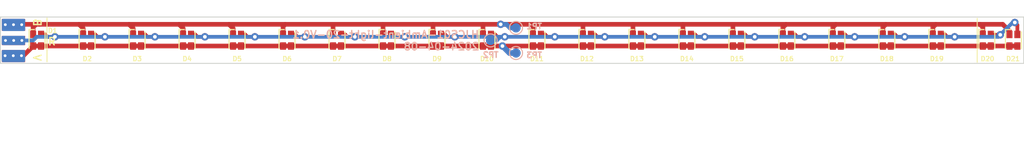
<source format=kicad_pcb>
(kicad_pcb (version 20240108) (generator "pcbnew") (generator_version "8.0")
  (title_block (title "HJCS01_Ambient light-20") (date "2024-04-08") (rev "V0.1") (company "Ovobot") (comment 1 "110x5x0.8mm 绿油白字，无铅喷锡"))
  (layers (0 "F.Cu" signal) (31 "B.Cu" signal) (34 "B.Paste" user) (35 "F.Paste" user) (36 "B.SilkS" user "B.Silkscreen") (37 "F.SilkS" user "F.Silkscreen") (38 "B.Mask" user) (39 "F.Mask" user) (44 "Edge.Cuts" user))
  (net 0 "")
  (net 1 "+3V3")
  (net 2 "/RED")
  (net 3 "/BLUE")
  (footprint "Ovo_LED_SMD:LED_Dual_1.6x1.5mm" (layer "F.Cu") (at 185.017514 99.155 90)
    (property "Reference" "D14" (at -2.005 -0.003585 0) (layer "F.SilkS") (effects (font (size 0.5 0.5) (thickness 0.1))))
    (property "Value" "LED_Dual_Red_Blue_AKAK")
    (fp_line (start 1.15 -0.86) (end 1.15 -0.3) (stroke (width 0.12)) (layer "F.SilkS"))
    (fp_line (start -0.91 -0.86) (end 1.15 -0.86) (stroke (width 0.12)) (layer "F.SilkS"))
    (fp_line (start -0.91 0.86) (end 0.91 0.86) (stroke (width 0.12)) (layer "F.SilkS"))
    (pad "1" smd rect (at -0.625 0.425 90) (size 0.8 0.65) (layers "F.Cu" "F.Paste" "F.Mask") (net 1 "+3V3"))
    (pad "2" smd rect (at 0.625 0.425 90) (size 0.8 0.65) (layers "F.Cu" "F.Paste" "F.Mask") (net 2 "/RED"))
    (pad "3" smd rect (at -0.625 -0.425 90) (size 0.8 0.65) (layers "F.Cu" "F.Paste" "F.Mask") (net 1 "+3V3"))
    (pad "4" smd rect (at 0.625 -0.425 90) (size 0.8 0.65) (layers "F.Cu" "F.Paste" "F.Mask") (net 3 "/BLUE"))
  )
  (footprint "Ovo_LED_SMD:LED_Dual_1.6x1.5mm" (layer "F.Cu") (at 195.76467 99.155 90)
    (property "Reference" "D16" (at -2.005 -0.003799 0) (layer "F.SilkS") (effects (font (size 0.5 0.5) (thickness 0.1))))
    (property "Value" "LED_Dual_Red_Blue_AKAK")
    (fp_line (start 1.15 -0.86) (end 1.15 -0.3) (stroke (width 0.12)) (layer "F.SilkS"))
    (fp_line (start -0.91 -0.86) (end 1.15 -0.86) (stroke (width 0.12)) (layer "F.SilkS"))
    (fp_line (start -0.91 0.86) (end 0.91 0.86) (stroke (width 0.12)) (layer "F.SilkS"))
    (pad "1" smd rect (at -0.625 0.425 90) (size 0.8 0.65) (layers "F.Cu" "F.Paste" "F.Mask") (net 1 "+3V3"))
    (pad "2" smd rect (at 0.625 0.425 90) (size 0.8 0.65) (layers "F.Cu" "F.Paste" "F.Mask") (net 2 "/RED"))
    (pad "3" smd rect (at -0.625 -0.425 90) (size 0.8 0.65) (layers "F.Cu" "F.Paste" "F.Mask") (net 1 "+3V3"))
    (pad "4" smd rect (at 0.625 -0.425 90) (size 0.8 0.65) (layers "F.Cu" "F.Paste" "F.Mask") (net 3 "/BLUE"))
  )
  (footprint "Ovo_LED_SMD:LED_Dual_1.6x1.5mm" (layer "F.Cu") (at 174.270358 99.155 90)
    (property "Reference" "D12" (at -2.005 -0.003371 0) (layer "F.SilkS") (effects (font (size 0.5 0.5) (thickness 0.1))))
    (property "Value" "LED_Dual_Red_Blue_AKAK")
    (fp_line (start 1.15 -0.86) (end 1.15 -0.3) (stroke (width 0.12)) (layer "F.SilkS"))
    (fp_line (start -0.91 -0.86) (end 1.15 -0.86) (stroke (width 0.12)) (layer "F.SilkS"))
    (fp_line (start -0.91 0.86) (end 0.91 0.86) (stroke (width 0.12)) (layer "F.SilkS"))
    (pad "1" smd rect (at -0.625 0.425 90) (size 0.8 0.65) (layers "F.Cu" "F.Paste" "F.Mask") (net 1 "+3V3"))
    (pad "2" smd rect (at 0.625 0.425 90) (size 0.8 0.65) (layers "F.Cu" "F.Paste" "F.Mask") (net 2 "/RED"))
    (pad "3" smd rect (at -0.625 -0.425 90) (size 0.8 0.65) (layers "F.Cu" "F.Paste" "F.Mask") (net 1 "+3V3"))
    (pad "4" smd rect (at 0.625 -0.425 90) (size 0.8 0.65) (layers "F.Cu" "F.Paste" "F.Mask") (net 3 "/BLUE"))
  )
  (footprint "Ovo_LED_SMD:LED_Dual_1.6x1.5mm" (layer "F.Cu") (at 217.259 99.155 90)
    (property "Reference" "D20" (at -2.005 0.072 0) (layer "F.SilkS") (effects (font (size 0.5 0.5) (thickness 0.1))))
    (property "Value" "LED_Dual_Red_Blue_AKAK")
    (fp_line (start 1.15 -0.86) (end 1.15 -0.3) (stroke (width 0.12)) (layer "F.SilkS"))
    (fp_line (start -0.91 -0.86) (end 1.15 -0.86) (stroke (width 0.12)) (layer "F.SilkS"))
    (fp_line (start -0.91 0.86) (end 0.91 0.86) (stroke (width 0.12)) (layer "F.SilkS"))
    (pad "1" smd rect (at -0.625 0.425 90) (size 0.8 0.65) (layers "F.Cu" "F.Paste" "F.Mask") (net 1 "+3V3"))
    (pad "2" smd rect (at 0.625 0.425 90) (size 0.8 0.65) (layers "F.Cu" "F.Paste" "F.Mask") (net 2 "/RED"))
    (pad "3" smd rect (at -0.625 -0.425 90) (size 0.8 0.65) (layers "F.Cu" "F.Paste" "F.Mask") (net 1 "+3V3"))
    (pad "4" smd rect (at 0.625 -0.425 90) (size 0.8 0.65) (layers "F.Cu" "F.Paste" "F.Mask") (net 3 "/BLUE"))
  )
  (footprint "Ovo_LED_SMD:LED_Dual_1.6x1.5mm" (layer "F.Cu") (at 120.534578 99.155 90)
    (property "Reference" "D2" (at -2.005 0.015302 0) (layer "F.SilkS") (effects (font (size 0.5 0.5) (thickness 0.1))))
    (property "Value" "LED_Dual_Red_Blue_AKAK")
    (fp_line (start 1.15 -0.86) (end 1.15 -0.3) (stroke (width 0.12)) (layer "F.SilkS"))
    (fp_line (start -0.91 -0.86) (end 1.15 -0.86) (stroke (width 0.12)) (layer "F.SilkS"))
    (fp_line (start -0.91 0.86) (end 0.91 0.86) (stroke (width 0.12)) (layer "F.SilkS"))
    (pad "1" smd rect (at -0.625 0.425 90) (size 0.8 0.65) (layers "F.Cu" "F.Paste" "F.Mask") (net 1 "+3V3"))
    (pad "2" smd rect (at 0.625 0.425 90) (size 0.8 0.65) (layers "F.Cu" "F.Paste" "F.Mask") (net 2 "/RED"))
    (pad "3" smd rect (at -0.625 -0.425 90) (size 0.8 0.65) (layers "F.Cu" "F.Paste" "F.Mask") (net 1 "+3V3"))
    (pad "4" smd rect (at 0.625 -0.425 90) (size 0.8 0.65) (layers "F.Cu" "F.Paste" "F.Mask") (net 3 "/BLUE"))
  )
  (footprint "Ovo_LED_SMD:LED_Dual_1.6x1.5mm" (layer "F.Cu") (at 115.161 99.155 90)
    (property "Reference" "D1" (at 1.033 1.665 0) (layer "F.SilkS") (effects (font (size 0.5 0.5) (thickness 0.1))))
    (property "Value" "LED_Dual_Red_Blue_AKAK")
    (fp_line (start 1.15 -0.86) (end 1.15 -0.3) (stroke (width 0.12)) (layer "F.SilkS"))
    (fp_line (start -0.91 -0.86) (end 1.15 -0.86) (stroke (width 0.12)) (layer "F.SilkS"))
    (fp_line (start -0.91 0.86) (end 0.91 0.86) (stroke (width 0.12)) (layer "F.SilkS"))
    (pad "1" smd rect (at -0.625 0.425 90) (size 0.8 0.65) (layers "F.Cu" "F.Paste" "F.Mask") (net 1 "+3V3"))
    (pad "2" smd rect (at 0.625 0.425 90) (size 0.8 0.65) (layers "F.Cu" "F.Paste" "F.Mask") (net 2 "/RED"))
    (pad "3" smd rect (at -0.625 -0.425 90) (size 0.8 0.65) (layers "F.Cu" "F.Paste" "F.Mask") (net 1 "+3V3"))
    (pad "4" smd rect (at 0.625 -0.425 90) (size 0.8 0.65) (layers "F.Cu" "F.Paste" "F.Mask") (net 3 "/BLUE"))
  )
  (footprint "Ovo_LED_SMD:LED_Dual_1.6x1.5mm" (layer "F.Cu") (at 168.89678 99.155 90)
    (property "Reference" "D11" (at -2.005 -0.003264 0) (layer "F.SilkS") (effects (font (size 0.5 0.5) (thickness 0.1))))
    (property "Value" "LED_Dual_Red_Blue_AKAK")
    (fp_line (start 1.15 -0.86) (end 1.15 -0.3) (stroke (width 0.12)) (layer "F.SilkS"))
    (fp_line (start -0.91 -0.86) (end 1.15 -0.86) (stroke (width 0.12)) (layer "F.SilkS"))
    (fp_line (start -0.91 0.86) (end 0.91 0.86) (stroke (width 0.12)) (layer "F.SilkS"))
    (pad "1" smd rect (at -0.625 0.425 90) (size 0.8 0.65) (layers "F.Cu" "F.Paste" "F.Mask") (net 1 "+3V3"))
    (pad "2" smd rect (at 0.625 0.425 90) (size 0.8 0.65) (layers "F.Cu" "F.Paste" "F.Mask") (net 2 "/RED"))
    (pad "3" smd rect (at -0.625 -0.425 90) (size 0.8 0.65) (layers "F.Cu" "F.Paste" "F.Mask") (net 1 "+3V3"))
    (pad "4" smd rect (at 0.625 -0.425 90) (size 0.8 0.65) (layers "F.Cu" "F.Paste" "F.Mask") (net 3 "/BLUE"))
  )
  (footprint "Ovo_LED_SMD:LED_Dual_1.6x1.5mm" (layer "F.Cu") (at 163.523202 99.155 90)
    (property "Reference" "D10" (at -2.005 -0.003157 0) (layer "F.SilkS") (effects (font (size 0.5 0.5) (thickness 0.1))))
    (property "Value" "LED_Dual_Red_Blue_AKAK")
    (fp_line (start 1.15 -0.86) (end 1.15 -0.3) (stroke (width 0.12)) (layer "F.SilkS"))
    (fp_line (start -0.91 -0.86) (end 1.15 -0.86) (stroke (width 0.12)) (layer "F.SilkS"))
    (fp_line (start -0.91 0.86) (end 0.91 0.86) (stroke (width 0.12)) (layer "F.SilkS"))
    (pad "1" smd rect (at -0.625 0.425 90) (size 0.8 0.65) (layers "F.Cu" "F.Paste" "F.Mask") (net 1 "+3V3"))
    (pad "2" smd rect (at 0.625 0.425 90) (size 0.8 0.65) (layers "F.Cu" "F.Paste" "F.Mask") (net 2 "/RED"))
    (pad "3" smd rect (at -0.625 -0.425 90) (size 0.8 0.65) (layers "F.Cu" "F.Paste" "F.Mask") (net 1 "+3V3"))
    (pad "4" smd rect (at 0.625 -0.425 90) (size 0.8 0.65) (layers "F.Cu" "F.Paste" "F.Mask") (net 3 "/BLUE"))
  )
  (footprint "Ovo_Pad:Pad_THTPad_3x1.3mmx3" (layer "F.Cu") (at 112.666 97.511)
    (property "Reference" "J1" (hide yes))
    (property "Value" "Conn_01x03" (hide yes))
    (pad "1" smd rect (at -0.04 -0.01 180) (size 2.5 1.3) (layers "F.Cu" "F.Paste" "F.Mask") (net 3 "/BLUE"))
    (pad "2" smd rect (at -0.04 1.67 180) (size 2.5 1) (layers "F.Cu" "F.Paste" "F.Mask") (net 2 "/RED"))
    (pad "3" smd rect (at -0.04 3.35 180) (size 2.5 1.3) (layers "F.Cu" "F.Paste" "F.Mask") (net 1 "+3V3"))
  )
  (footprint "Ovo_LED_SMD:LED_Dual_1.6x1.5mm" (layer "F.Cu") (at 190.391092 99.155 90)
    (property "Reference" "D15" (at -2.005 -0.003692 0) (layer "F.SilkS") (effects (font (size 0.5 0.5) (thickness 0.1))))
    (property "Value" "LED_Dual_Red_Blue_AKAK")
    (fp_line (start 1.15 -0.86) (end 1.15 -0.3) (stroke (width 0.12)) (layer "F.SilkS"))
    (fp_line (start -0.91 -0.86) (end 1.15 -0.86) (stroke (width 0.12)) (layer "F.SilkS"))
    (fp_line (start -0.91 0.86) (end 0.91 0.86) (stroke (width 0.12)) (layer "F.SilkS"))
    (pad "1" smd rect (at -0.625 0.425 90) (size 0.8 0.65) (layers "F.Cu" "F.Paste" "F.Mask") (net 1 "+3V3"))
    (pad "2" smd rect (at 0.625 0.425 90) (size 0.8 0.65) (layers "F.Cu" "F.Paste" "F.Mask") (net 2 "/RED"))
    (pad "3" smd rect (at -0.625 -0.425 90) (size 0.8 0.65) (layers "F.Cu" "F.Paste" "F.Mask") (net 1 "+3V3"))
    (pad "4" smd rect (at 0.625 -0.425 90) (size 0.8 0.65) (layers "F.Cu" "F.Paste" "F.Mask") (net 3 "/BLUE"))
  )
  (footprint "Ovo_LED_SMD:LED_Dual_1.6x1.5mm" (layer "F.Cu") (at 220.118 99.155 90)
    (property "Reference" "D21" (at -2.005 -0.042 0) (layer "F.SilkS") (effects (font (size 0.5 0.5) (thickness 0.1) (bold yes))))
    (property "Value" "LED_Dual_Red_Blue_AKAK")
    (fp_line (start 1.15 -0.86) (end 1.15 -0.3) (stroke (width 0.12)) (layer "F.SilkS"))
    (fp_line (start -0.91 -0.86) (end 1.15 -0.86) (stroke (width 0.12)) (layer "F.SilkS"))
    (fp_line (start -0.91 0.86) (end 0.91 0.86) (stroke (width 0.12)) (layer "F.SilkS"))
    (pad "1" smd rect (at -0.625 0.425 90) (size 0.8 0.65) (layers "F.Cu" "F.Paste" "F.Mask") (net 1 "+3V3"))
    (pad "2" smd rect (at 0.625 0.425 90) (size 0.8 0.65) (layers "F.Cu" "F.Paste" "F.Mask") (net 2 "/RED"))
    (pad "3" smd rect (at -0.625 -0.425 90) (size 0.8 0.65) (layers "F.Cu" "F.Paste" "F.Mask") (net 1 "+3V3"))
    (pad "4" smd rect (at 0.625 -0.425 90) (size 0.8 0.65) (layers "F.Cu" "F.Paste" "F.Mask") (net 3 "/BLUE"))
  )
  (footprint "Ovo_LED_SMD:LED_Dual_1.6x1.5mm" (layer "F.Cu") (at 136.655312 99.155 90)
    (property "Reference" "D5" (at -2.005 0.010208 0) (layer "F.SilkS") (effects (font (size 0.5 0.5) (thickness 0.1))))
    (property "Value" "LED_Dual_Red_Blue_AKAK")
    (fp_line (start 1.15 -0.86) (end 1.15 -0.3) (stroke (width 0.12)) (layer "F.SilkS"))
    (fp_line (start -0.91 -0.86) (end 1.15 -0.86) (stroke (width 0.12)) (layer "F.SilkS"))
    (fp_line (start -0.91 0.86) (end 0.91 0.86) (stroke (width 0.12)) (layer "F.SilkS"))
    (pad "1" smd rect (at -0.625 0.425 90) (size 0.8 0.65) (layers "F.Cu" "F.Paste" "F.Mask") (net 1 "+3V3"))
    (pad "2" smd rect (at 0.625 0.425 90) (size 0.8 0.65) (layers "F.Cu" "F.Paste" "F.Mask") (net 2 "/RED"))
    (pad "3" smd rect (at -0.625 -0.425 90) (size 0.8 0.65) (layers "F.Cu" "F.Paste" "F.Mask") (net 1 "+3V3"))
    (pad "4" smd rect (at 0.625 -0.425 90) (size 0.8 0.65) (layers "F.Cu" "F.Paste" "F.Mask") (net 3 "/BLUE"))
  )
  (footprint "Ovo_LED_SMD:LED_Dual_1.6x1.5mm" (layer "F.Cu") (at 206.511826 99.155 90)
    (property "Reference" "D18" (at -2.005 -0.004013 0) (layer "F.SilkS") (effects (font (size 0.5 0.5) (thickness 0.1))))
    (property "Value" "LED_Dual_Red_Blue_AKAK")
    (fp_line (start 1.15 -0.86) (end 1.15 -0.3) (stroke (width 0.12)) (layer "F.SilkS"))
    (fp_line (start -0.91 -0.86) (end 1.15 -0.86) (stroke (width 0.12)) (layer "F.SilkS"))
    (fp_line (start -0.91 0.86) (end 0.91 0.86) (stroke (width 0.12)) (layer "F.SilkS"))
    (pad "1" smd rect (at -0.625 0.425 90) (size 0.8 0.65) (layers "F.Cu" "F.Paste" "F.Mask") (net 1 "+3V3"))
    (pad "2" smd rect (at 0.625 0.425 90) (size 0.8 0.65) (layers "F.Cu" "F.Paste" "F.Mask") (net 2 "/RED"))
    (pad "3" smd rect (at -0.625 -0.425 90) (size 0.8 0.65) (layers "F.Cu" "F.Paste" "F.Mask") (net 1 "+3V3"))
    (pad "4" smd rect (at 0.625 -0.425 90) (size 0.8 0.65) (layers "F.Cu" "F.Paste" "F.Mask") (net 3 "/BLUE"))
  )
  (footprint "Ovo_LED_SMD:LED_Dual_1.6x1.5mm" (layer "F.Cu") (at 142.02889 99.155 90)
    (property "Reference" "D6" (at -2.005 0.00851 0) (layer "F.SilkS") (effects (font (size 0.5 0.5) (thickness 0.1))))
    (property "Value" "LED_Dual_Red_Blue_AKAK")
    (fp_line (start 1.15 -0.86) (end 1.15 -0.3) (stroke (width 0.12)) (layer "F.SilkS"))
    (fp_line (start -0.91 -0.86) (end 1.15 -0.86) (stroke (width 0.12)) (layer "F.SilkS"))
    (fp_line (start -0.91 0.86) (end 0.91 0.86) (stroke (width 0.12)) (layer "F.SilkS"))
    (pad "1" smd rect (at -0.625 0.425 90) (size 0.8 0.65) (layers "F.Cu" "F.Paste" "F.Mask") (net 1 "+3V3"))
    (pad "2" smd rect (at 0.625 0.425 90) (size 0.8 0.65) (layers "F.Cu" "F.Paste" "F.Mask") (net 2 "/RED"))
    (pad "3" smd rect (at -0.625 -0.425 90) (size 0.8 0.65) (layers "F.Cu" "F.Paste" "F.Mask") (net 1 "+3V3"))
    (pad "4" smd rect (at 0.625 -0.425 90) (size 0.8 0.65) (layers "F.Cu" "F.Paste" "F.Mask") (net 3 "/BLUE"))
  )
  (footprint "Ovo_LED_SMD:LED_Dual_1.6x1.5mm" (layer "F.Cu") (at 152.776046 99.155 90)
    (property "Reference" "D8" (at -2.005 0.005114 0) (layer "F.SilkS") (effects (font (size 0.5 0.5) (thickness 0.1))))
    (property "Value" "LED_Dual_Red_Blue_AKAK")
    (fp_line (start 1.15 -0.86) (end 1.15 -0.3) (stroke (width 0.12)) (layer "F.SilkS"))
    (fp_line (start -0.91 -0.86) (end 1.15 -0.86) (stroke (width 0.12)) (layer "F.SilkS"))
    (fp_line (start -0.91 0.86) (end 0.91 0.86) (stroke (width 0.12)) (layer "F.SilkS"))
    (pad "1" smd rect (at -0.625 0.425 90) (size 0.8 0.65) (layers "F.Cu" "F.Paste" "F.Mask") (net 1 "+3V3"))
    (pad "2" smd rect (at 0.625 0.425 90) (size 0.8 0.65) (layers "F.Cu" "F.Paste" "F.Mask") (net 2 "/RED"))
    (pad "3" smd rect (at -0.625 -0.425 90) (size 0.8 0.65) (layers "F.Cu" "F.Paste" "F.Mask") (net 1 "+3V3"))
    (pad "4" smd rect (at 0.625 -0.425 90) (size 0.8 0.65) (layers "F.Cu" "F.Paste" "F.Mask") (net 3 "/BLUE"))
  )
  (footprint "Ovo_LED_SMD:LED_Dual_1.6x1.5mm" (layer "F.Cu") (at 158.149624 99.155 90)
    (property "Reference" "D9" (at -2.005 0.003416 0) (layer "F.SilkS") (effects (font (size 0.5 0.5) (thickness 0.1))))
    (property "Value" "LED_Dual_Red_Blue_AKAK")
    (fp_line (start 1.15 -0.86) (end 1.15 -0.3) (stroke (width 0.12)) (layer "F.SilkS"))
    (fp_line (start -0.91 -0.86) (end 1.15 -0.86) (stroke (width 0.12)) (layer "F.SilkS"))
    (fp_line (start -0.91 0.86) (end 0.91 0.86) (stroke (width 0.12)) (layer "F.SilkS"))
    (pad "1" smd rect (at -0.625 0.425 90) (size 0.8 0.65) (layers "F.Cu" "F.Paste" "F.Mask") (net 1 "+3V3"))
    (pad "2" smd rect (at 0.625 0.425 90) (size 0.8 0.65) (layers "F.Cu" "F.Paste" "F.Mask") (net 2 "/RED"))
    (pad "3" smd rect (at -0.625 -0.425 90) (size 0.8 0.65) (layers "F.Cu" "F.Paste" "F.Mask") (net 1 "+3V3"))
    (pad "4" smd rect (at 0.625 -0.425 90) (size 0.8 0.65) (layers "F.Cu" "F.Paste" "F.Mask") (net 3 "/BLUE"))
  )
  (footprint "Ovo_LED_SMD:LED_Dual_1.6x1.5mm" (layer "F.Cu") (at 131.281734 99.155 90)
    (property "Reference" "D4" (at -2.005 0.011906 0) (layer "F.SilkS") (effects (font (size 0.5 0.5) (thickness 0.1))))
    (property "Value" "LED_Dual_Red_Blue_AKAK")
    (fp_line (start 1.15 -0.86) (end 1.15 -0.3) (stroke (width 0.12)) (layer "F.SilkS"))
    (fp_line (start -0.91 -0.86) (end 1.15 -0.86) (stroke (width 0.12)) (layer "F.SilkS"))
    (fp_line (start -0.91 0.86) (end 0.91 0.86) (stroke (width 0.12)) (layer "F.SilkS"))
    (pad "1" smd rect (at -0.625 0.425 90) (size 0.8 0.65) (layers "F.Cu" "F.Paste" "F.Mask") (net 1 "+3V3"))
    (pad "2" smd rect (at 0.625 0.425 90) (size 0.8 0.65) (layers "F.Cu" "F.Paste" "F.Mask") (net 2 "/RED"))
    (pad "3" smd rect (at -0.625 -0.425 90) (size 0.8 0.65) (layers "F.Cu" "F.Paste" "F.Mask") (net 1 "+3V3"))
    (pad "4" smd rect (at 0.625 -0.425 90) (size 0.8 0.65) (layers "F.Cu" "F.Paste" "F.Mask") (net 3 "/BLUE"))
  )
  (footprint "Ovo_LED_SMD:LED_Dual_1.6x1.5mm" (layer "F.Cu") (at 201.138248 99.155 90)
    (property "Reference" "D17" (at -2.005 -0.003906 0) (layer "F.SilkS") (effects (font (size 0.5 0.5) (thickness 0.1))))
    (property "Value" "LED_Dual_Red_Blue_AKAK")
    (fp_line (start 1.15 -0.86) (end 1.15 -0.3) (stroke (width 0.12)) (layer "F.SilkS"))
    (fp_line (start -0.91 -0.86) (end 1.15 -0.86) (stroke (width 0.12)) (layer "F.SilkS"))
    (fp_line (start -0.91 0.86) (end 0.91 0.86) (stroke (width 0.12)) (layer "F.SilkS"))
    (pad "1" smd rect (at -0.625 0.425 90) (size 0.8 0.65) (layers "F.Cu" "F.Paste" "F.Mask") (net 1 "+3V3"))
    (pad "2" smd rect (at 0.625 0.425 90) (size 0.8 0.65) (layers "F.Cu" "F.Paste" "F.Mask") (net 2 "/RED"))
    (pad "3" smd rect (at -0.625 -0.425 90) (size 0.8 0.65) (layers "F.Cu" "F.Paste" "F.Mask") (net 1 "+3V3"))
    (pad "4" smd rect (at 0.625 -0.425 90) (size 0.8 0.65) (layers "F.Cu" "F.Paste" "F.Mask") (net 3 "/BLUE"))
  )
  (footprint "Ovo_LED_SMD:LED_Dual_1.6x1.5mm" (layer "F.Cu") (at 125.908156 99.155 90)
    (property "Reference" "D3" (at -2.005 0.013604 0) (layer "F.SilkS") (effects (font (size 0.5 0.5) (thickness 0.1))))
    (property "Value" "LED_Dual_Red_Blue_AKAK")
    (fp_line (start 1.15 -0.86) (end 1.15 -0.3) (stroke (width 0.12)) (layer "F.SilkS"))
    (fp_line (start -0.91 -0.86) (end 1.15 -0.86) (stroke (width 0.12)) (layer "F.SilkS"))
    (fp_line (start -0.91 0.86) (end 0.91 0.86) (stroke (width 0.12)) (layer "F.SilkS"))
    (pad "1" smd rect (at -0.625 0.425 90) (size 0.8 0.65) (layers "F.Cu" "F.Paste" "F.Mask") (net 1 "+3V3"))
    (pad "2" smd rect (at 0.625 0.425 90) (size 0.8 0.65) (layers "F.Cu" "F.Paste" "F.Mask") (net 2 "/RED"))
    (pad "3" smd rect (at -0.625 -0.425 90) (size 0.8 0.65) (layers "F.Cu" "F.Paste" "F.Mask") (net 1 "+3V3"))
    (pad "4" smd rect (at 0.625 -0.425 90) (size 0.8 0.65) (layers "F.Cu" "F.Paste" "F.Mask") (net 3 "/BLUE"))
  )
  (footprint "Ovo_LED_SMD:LED_Dual_1.6x1.5mm" (layer "F.Cu") (at 147.402468 99.155 90)
    (property "Reference" "D7" (at -2.005 0.006812 0) (layer "F.SilkS") (effects (font (size 0.5 0.5) (thickness 0.1))))
    (property "Value" "LED_Dual_Red_Blue_AKAK")
    (fp_line (start 1.15 -0.86) (end 1.15 -0.3) (stroke (width 0.12)) (layer "F.SilkS"))
    (fp_line (start -0.91 -0.86) (end 1.15 -0.86) (stroke (width 0.12)) (layer "F.SilkS"))
    (fp_line (start -0.91 0.86) (end 0.91 0.86) (stroke (width 0.12)) (layer "F.SilkS"))
    (pad "1" smd rect (at -0.625 0.425 90) (size 0.8 0.65) (layers "F.Cu" "F.Paste" "F.Mask") (net 1 "+3V3"))
    (pad "2" smd rect (at 0.625 0.425 90) (size 0.8 0.65) (layers "F.Cu" "F.Paste" "F.Mask") (net 2 "/RED"))
    (pad "3" smd rect (at -0.625 -0.425 90) (size 0.8 0.65) (layers "F.Cu" "F.Paste" "F.Mask") (net 1 "+3V3"))
    (pad "4" smd rect (at 0.625 -0.425 90) (size 0.8 0.65) (layers "F.Cu" "F.Paste" "F.Mask") (net 3 "/BLUE"))
  )
  (footprint "Ovo_LED_SMD:LED_Dual_1.6x1.5mm" (layer "F.Cu") (at 211.885404 99.155 90)
    (property "Reference" "D19" (at -2.005 -0.00412 0) (layer "F.SilkS") (effects (font (size 0.5 0.5) (thickness 0.1))))
    (property "Value" "LED_Dual_Red_Blue_AKAK")
    (fp_line (start 1.15 -0.86) (end 1.15 -0.3) (stroke (width 0.12)) (layer "F.SilkS"))
    (fp_line (start -0.91 -0.86) (end 1.15 -0.86) (stroke (width 0.12)) (layer "F.SilkS"))
    (fp_line (start -0.91 0.86) (end 0.91 0.86) (stroke (width 0.12)) (layer "F.SilkS"))
    (pad "1" smd rect (at -0.625 0.425 90) (size 0.8 0.65) (layers "F.Cu" "F.Paste" "F.Mask") (net 1 "+3V3"))
    (pad "2" smd rect (at 0.625 0.425 90) (size 0.8 0.65) (layers "F.Cu" "F.Paste" "F.Mask") (net 2 "/RED"))
    (pad "3" smd rect (at -0.625 -0.425 90) (size 0.8 0.65) (layers "F.Cu" "F.Paste" "F.Mask") (net 1 "+3V3"))
    (pad "4" smd rect (at 0.625 -0.425 90) (size 0.8 0.65) (layers "F.Cu" "F.Paste" "F.Mask") (net 3 "/BLUE"))
  )
  (footprint "Ovo_LED_SMD:LED_Dual_1.6x1.5mm" (layer "F.Cu") (at 179.643936 99.155 90)
    (property "Reference" "D13" (at -2.005 -0.003478 0) (layer "F.SilkS") (effects (font (size 0.5 0.5) (thickness 0.1))))
    (property "Value" "LED_Dual_Red_Blue_AKAK")
    (fp_line (start 1.15 -0.86) (end 1.15 -0.3) (stroke (width 0.12)) (layer "F.SilkS"))
    (fp_line (start -0.91 -0.86) (end 1.15 -0.86) (stroke (width 0.12)) (layer "F.SilkS"))
    (fp_line (start -0.91 0.86) (end 0.91 0.86) (stroke (width 0.12)) (layer "F.SilkS"))
    (pad "1" smd rect (at -0.625 0.425 90) (size 0.8 0.65) (layers "F.Cu" "F.Paste" "F.Mask") (net 1 "+3V3"))
    (pad "2" smd rect (at 0.625 0.425 90) (size 0.8 0.65) (layers "F.Cu" "F.Paste" "F.Mask") (net 2 "/RED"))
    (pad "3" smd rect (at -0.625 -0.425 90) (size 0.8 0.65) (layers "F.Cu" "F.Paste" "F.Mask") (net 1 "+3V3"))
    (pad "4" smd rect (at 0.625 -0.425 90) (size 0.8 0.65) (layers "F.Cu" "F.Paste" "F.Mask") (net 3 "/BLUE"))
  )
  (footprint "TestPoint:TestPoint_Pad_D1.0mm" (layer "B.Cu") (at 166.648 97.821 180)
    (property "Reference" "TP1" (at -1.955 0.159 180) (layer "B.SilkS") (effects (font (size 0.6 0.6)) (justify mirror)))
    (property "Value" "BLUE")
    (fp_circle (center 0 0) (end 0 -0.7) (stroke (width 0.12)) (fill none) (layer "B.SilkS"))
    (pad "1" smd circle (at 0 0 180) (size 1 1) (layers "B.Cu" "B.Mask") (net 3 "/BLUE"))
  )
  (footprint "TestPoint:TestPoint_Pad_D1.0mm" (layer "B.Cu") (at 166.648 100.533 180)
    (property "Reference" "TP3" (at -1.955 -0.23 180) (layer "B.SilkS") (effects (font (size 0.6 0.6)) (justify mirror)))
    (property "Value" "3V3")
    (fp_circle (center 0 0) (end 0 -0.7) (stroke (width 0.12)) (fill none) (layer "B.SilkS"))
    (pad "1" smd circle (at 0 0 180) (size 1 1) (layers "B.Cu" "B.Mask") (net 1 "+3V3"))
  )
  (footprint "TestPoint:TestPoint_Pad_D1.0mm" (layer "B.Cu") (at 163.911 99.177 180)
    (property "Reference" "TP2" (at -0.018 -1.557 180) (layer "B.SilkS") (effects (font (size 0.6 0.6)) (justify mirror)))
    (property "Value" "RED")
    (fp_circle (center 0 0) (end 0 -0.7) (stroke (width 0.12)) (fill none) (layer "B.SilkS"))
    (pad "1" smd circle (at 0 0 180) (size 1 1) (layers "B.Cu" "B.Mask") (net 2 "/RED"))
  )
  (gr_line (start 116.225 96.766) (end 116.225 101.483) (stroke (width 0.1)) (layer "F.SilkS"))
  (gr_line (start 216.225 101.527) (end 216.225 96.797) (stroke (width 0.1)) (layer "F.SilkS"))
  (gr_line (start 111.223 101.653) (end 111.223 96.653) (stroke (width 0.1)) (layer "Edge.Cuts"))
  (gr_line (start 111.225 96.653) (end 221.225 96.653) (stroke (width 0.1)) (layer "Edge.Cuts"))
  (gr_line (start 221.225 96.653) (end 221.225 101.653) (stroke (width 0.1)) (layer "Edge.Cuts"))
  (gr_line (start 221.225 101.653) (end 111.224 101.653) (stroke (width 0.1)) (layer "Edge.Cuts"))
  (gr_text "HJCS01-Ambient-light-20-${REVISION}\n${ISSUE_DATE}" (at 162.76 100.302 0) (layer "B.SilkS") (effects (font (size 0.8 0.8)) (justify left bottom mirror)))
  (gr_text "R" (at 116.252 99.766 0) (layer "F.SilkS") (effects (font (size 0.8 0.8) (thickness 0.15) (bold yes)) (justify left bottom)))
  (gr_text "V     B" (at 114.684 101.479 270) (layer "F.SilkS") (effects (font (size 0.8 0.8)) (justify left bottom mirror)))
  (segment (start 113.655 100.861) (end 112.626 100.861) (width 0.5) (layer "F.Cu") (net 1))
  (segment (start 220.543 99.78) (end 217.684 99.78) (width 0.5) (layer "F.Cu") (net 1))
  (segment (start 114.736 99.78) (end 113.655 100.861) (width 0.5) (layer "F.Cu") (net 1))
  (segment (start 165.188 99.78) (end 114.736 99.78) (width 0.5) (layer "F.Cu") (net 1))
  (segment (start 217.684 99.78) (end 165.188 99.78) (width 0.5) (layer "F.Cu") (net 1))
  (via (at 165.188 99.78) (size 0.8) (drill 0.4) (layers "F.Cu" "B.Cu") (net 1))
  (via (at 112.6005 100.825) (size 0.5) (drill 0.3) (layers "F.Cu" "B.Cu") (net 1))
  (via (at 111.72 100.825) (size 0.5) (drill 0.3) (layers "F.Cu" "B.Cu") (net 1))
  (via (at 113.481 100.825) (size 0.5) (drill 0.3) (layers "F.Cu" "B.Cu") (net 1))
  (segment (start 166.648 100.533) (end 165.941 100.533) (width 0.6) (layer "B.Cu") (net 1))
  (segment (start 165.941 100.533) (end 165.188 99.78) (width 0.6) (layer "B.Cu") (net 1))
  (segment (start 217.726 98.572) (end 218.703 98.572) (width 0.4) (layer "F.Cu") (net 2))
  (segment (start 212.310404 98.53) (end 212.753404 98.53) (width 0.4) (layer "F.Cu") (net 2))
  (segment (start 116.029 98.53) (end 116.286 98.787) (width 0.4) (layer "F.Cu") (net 2))
  (segment (start 131.706734 98.53) (end 132.149734 98.53) (width 0.4) (layer "F.Cu") (net 2))
  (segment (start 148.270468 98.53) (end 148.527468 98.787) (width 0.4) (layer "F.Cu") (net 2))
  (segment (start 196.18967 98.53) (end 196.63267 98.53) (width 0.4) (layer "F.Cu") (net 2))
  (segment (start 202.263248 98.787) (end 203.054248 98.787) (width 0.4) (layer "F.Cu") (net 2))
  (segment (start 213.010404 98.787) (end 213.801404 98.787) (width 0.4) (layer "F.Cu") (net 2))
  (segment (start 191.516092 98.787) (end 192.307092 98.787) (width 0.4) (layer "F.Cu") (net 2))
  (segment (start 159.017624 98.53) (end 159.274624 98.787) (width 0.4) (layer "F.Cu") (net 2))
  (segment (start 206.936826 98.53) (end 207.379826 98.53) (width 0.4) (layer "F.Cu") (net 2))
  (segment (start 148.527468 98.787) (end 149.318468 98.787) (width 0.4) (layer "F.Cu") (net 2))
  (segment (start 170.02178 98.787) (end 170.81278 98.787) (width 0.4) (layer "F.Cu") (net 2))
  (segment (start 153.201046 98.53) (end 153.644046 98.53) (width 0.4) (layer "F.Cu") (net 2))
  (segment (start 185.885514 98.53) (end 186.142514 98.787) (width 0.4) (layer "F.Cu") (net 2))
  (segment (start 185.442514 98.53) (end 185.885514 98.53) (width 0.4) (layer "F.Cu") (net 2))
  (segment (start 220.267867 97.239877) (end 220.543 97.51501) (width 0.4) (layer "F.Cu") (net 2))
  (segment (start 132.406734 98.787) (end 133.197734 98.787) (width 0.4) (layer "F.Cu") (net 2))
  (segment (start 126.776156 98.53) (end 127.033156 98.787) (width 0.4) (layer "F.Cu") (net 2))
  (segment (start 132.149734 98.53) (end 132.406734 98.787) (width 0.4) (layer "F.Cu") (net 2))
  (segment (start 180.511936 98.53) (end 180.768936 98.787) (width 0.4) (layer "F.Cu") (net 2))
  (segment (start 142.45389 98.53) (end 142.89689 98.53) (width 0.4) (layer "F.Cu") (net 2))
  (segment (start 191.259092 98.53) (end 191.516092 98.787) (width 0.4) (layer "F.Cu") (net 2))
  (segment (start 217.684 98.53) (end 217.726 98.572) (width 0.4) (layer "F.Cu") (net 2))
  (segment (start 120.959578 98.53) (end 121.402578 98.53) (width 0.4) (layer "F.Cu") (net 2))
  (segment (start 174.695358 98.53) (end 175.138358 98.53) (width 0.4) (layer "F.Cu") (net 2))
  (segment (start 220.543 97.51501) (end 220.543 98.53) (width 0.4) (layer "F.Cu") (net 2))
  (segment (start 207.636826 98.787) (end 208.427826 98.787) (width 0.4) (layer "F.Cu") (net 2))
  (segment (start 212.753404 98.53) (end 213.010404 98.787) (width 0.4) (layer "F.Cu") (net 2))
  (segment (start 175.395358 98.787) (end 176.186358 98.787) (width 0.4) (layer "F.Cu") (net 2))
  (segment (start 175.138358 98.53) (end 175.395358 98.787) (width 0.4) (layer "F.Cu") (net 2))
  (segment (start 169.76478 98.53) (end 170.02178 98.787) (width 0.4) (layer "F.Cu") (net 2))
  (segment (start 116.286 98.787) (end 117.077 98.787) (width 0.4) (layer "F.Cu") (net 2))
  (segment (start 137.780312 98.787) (end 138.571312 98.787) (width 0.4) (layer "F.Cu") (net 2))
  (segment (start 147.827468 98.53) (end 148.270468 98.53) (width 0.4) (layer "F.Cu") (net 2))
  (segment (start 126.333156 98.53) (end 126.776156 98.53) (width 0.4) (layer "F.Cu") (net 2))
  (segment (start 196.88967 98.787) (end 197.68067 98.787) (width 0.4) (layer "F.Cu") (net 2))
  (segment (start 180.768936 98.787) (end 181.559936 98.787) (width 0.4) (layer "F.Cu") (net 2))
  (segment (start 180.068936 98.53) (end 180.511936 98.53) (width 0.4) (layer "F.Cu") (net 2))
  (segment (start 159.274624 98.787) (end 160.065624 98.787) (width 0.4) (layer "F.Cu") (net 2))
  (segment (start 153.644046 98.53) (end 153.901046 98.787) (width 0.4) (layer "F.Cu") (net 2))
  (segment (start 137.080312 98.53) (end 137.523312 98.53) (width 0.4) (layer "F.Cu") (net 2))
  (segment (start 169.32178 98.53) (end 169.76478 98.53) (width 0.4) (layer "F.Cu") (net 2))
  (segment (start 142.89689 98.53) (end 143.15389 98.787) (width 0.4) (layer "F.Cu") (net 2))
  (segment (start 164.391202 98.53) (end 164.648202 98.787) (width 0.4) (layer "F.Cu") (net 2))
  (segment (start 121.402578 98.53) (end 121.659578 98.787) (width 0.4) (layer "F.Cu") (net 2))
  (segment (start 163.948202 98.53) (end 164.391202 98.53) (width 0.4) (layer "F.Cu") (net 2))
  (segment (start 186.142514 98.787) (end 186.933514 98.787) (width 0.4) (layer "F.Cu") (net 2))
  (segment (start 158.574624 98.53) (end 159.017624 98.53) (width 0.4) (layer "F.Cu") (net 2))
  (segment (start 164.648202 98.787) (end 165.439202 98.787) (width 0.4) (layer "F.Cu") (net 2))
  (segment (start 196.63267 98.53) (end 196.88967 98.787) (width 0.4) (layer "F.Cu") (net 2))
  (segment (start 112.626 99.181) (end 113.525 99.181) (width 0.25) (layer "F.Cu") (net 2))
  (segment (start 190.816092 98.53) (end 191.259092 98.53) (width 0.4) (layer "F.Cu") (net 2))
  (segment (start 121.659578 98.787) (end 122.450578 98.787) (width 0.4) (layer "F.Cu") (net 2))
  (segment (start 153.901046 98.787) (end 154.692046 98.787) (width 0.4) (layer "F.Cu") (net 2))
  (segment (start 202.006248 98.53) (end 202.263248 98.787) (width 0.4) (layer "F.Cu") (net 2))
  (segment (start 115.586 98.53) (end 116.029 98.53) (width 0.4) (layer "F.Cu") (net 2))
  (segment (start 127.033156 98.787) (end 127.824156 98.787) (width 0.4) (layer "F.Cu") (net 2))
  (segment (start 207.379826 98.53) (end 207.636826 98.787) (width 0.4) (layer "F.Cu") (net 2))
  (segment (start 201.563248 98.53) (end 202.006248 98.53) (width 0.4) (layer "F.Cu") (net 2))
  (segment (start 143.15389 98.787) (end 143.94489 98.787) (width 0.4) (layer "F.Cu") (net 2))
  (segment (start 137.523312 98.53) (end 137.780312 98.787) (width 0.4) (layer "F.Cu") (net 2))
  (via (at 218.703 98.572) (size 0.8) (drill 0.4) (layers "F.Cu" "B.Cu") (net 2))
  (via (at 117.077 98.787) (size 0.8) (drill 0.4) (layers "F.Cu" "B.Cu") (net 2))
  (via (at 149.318468 98.787) (size 0.8) (drill 0.4) (layers "F.Cu" "B.Cu") (net 2))
  (via (at 186.933514 98.787) (size 0.8) (drill 0.4) (layers "F.Cu" "B.Cu") (net 2))
  (via (at 133.197734 98.787) (size 0.8) (drill 0.4) (layers "F.Cu" "B.Cu") (net 2))
  (via (at 176.186358 98.787) (size 0.8) (drill 0.4) (layers "F.Cu" "B.Cu") (net 2))
  (via (at 160.065624 98.787) (size 0.8) (drill 0.4) (layers "F.Cu" "B.Cu") (net 2))
  (via (at 113.525 99.181) (size 0.5) (drill 0.3) (layers "F.Cu" "B.Cu") (net 2))
  (via (at 192.307092 98.787) (size 0.8) (drill 0.4) (layers "F.Cu" "B.Cu") (net 2))
  (via (at 112.6445 99.181) (size 0.5) (drill 0.3) (layers "F.Cu" "B.Cu") (net 2))
  (via (at 127.824156 98.787) (size 0.8) (drill 0.4) (layers "F.Cu" "B.Cu") (net 2))
  (via (at 181.559936 98.787) (size 0.8) (drill 0.4) (layers "F.Cu" "B.Cu") (net 2))
  (via (at 154.692046 98.787) (size 0.8) (drill 0.4) (layers "F.Cu" "B.Cu") (net 2))
  (via (at 203.054248 98.787) (size 0.8) (drill 0.4) (layers "F.Cu" "B.Cu") (net 2))
  (via (at 165.439202 98.787) (size 0.8) (drill 0.4) (layers "F.Cu" "B.Cu") (net 2))
  (via (at 111.764 99.181) (size 0.5) (drill 0.3) (layers "F.Cu" "B.Cu") (net 2))
  (via (at 220.267867 97.239877) (size 0.8) (drill 0.4) (layers "F.Cu" "B.Cu") (net 2))
  (via (at 122.450578 98.787) (size 0.8) (drill 0.4) (layers "F.Cu" "B.Cu") (net 2))
  (via (at 138.571312 98.787) (size 0.8) (drill 0.4) (layers "F.Cu" "B.Cu") (net 2))
  (via (at 143.94489 98.787) (size 0.8) (drill 0.4) (layers "F.Cu" "B.Cu") (net 2))
  (via (at 213.801404 98.787) (size 0.8) (drill 0.4) (layers "F.Cu" "B.Cu") (net 2))
  (via (at 170.81278 98.787) (size 0.8) (drill 0.4) (layers "F.Cu" "B.Cu") (net 2))
  (via (at 197.68067 98.787) (size 0.8) (drill 0.4) (layers "F.Cu" "B.Cu") (net 2))
  (via (at 208.427826 98.787) (size 0.8) (drill 0.4) (layers "F.Cu" "B.Cu") (net 2))
  (segment (start 218.488 98.787) (end 115.123 98.787) (width 0.4) (layer "B.Cu") (net 2))
  (segment (start 220.035123 97.239877) (end 218.703 98.572) (width 0.4) (layer "B.Cu") (net 2))
  (segment (start 115.123 98.787) (end 114.729 99.181) (width 0.4) (layer "B.Cu") (net 2))
  (segment (start 165.439202 98.787) (end 164.974 98.787) (width 0.4) (layer "B.Cu") (net 2))
  (segment (start 218.703 98.572) (end 218.488 98.787) (width 0.4) (layer "B.Cu") (net 2))
  (segment (start 220.267867 97.239877) (end 220.035123 97.239877) (width 0.4) (layer "B.Cu") (net 2))
  (segment (start 164.974 98.787) (end 164.584 99.177) (width 0.4) (layer "B.Cu") (net 2))
  (segment (start 164.584 99.177) (end 163.911 99.177) (width 0.4) (layer "B.Cu") (net 2))
  (segment (start 114.729 99.181) (end 111.764 99.181) (width 0.4) (layer "B.Cu") (net 2))
  (segment (start 112.626 97.501) (end 113.707 97.501) (width 0.5) (layer "F.Cu") (net 3))
  (segment (start 141.83 97.439) (end 141.60389 97.66511) (width 0.5) (layer "F.Cu") (net 3))
  (segment (start 152.351046 97.458046) (end 152.351046 98.53) (width 0.5) (layer "F.Cu") (net 3))
  (segment (start 189.966092 97.489092) (end 189.966092 98.53) (width 0.5) (layer "F.Cu") (net 3))
  (segment (start 200.713248 97.755) (end 200.713248 98.53) (width 0.5) (layer "F.Cu") (net 3))
  (segment (start 146.977468 97.663468) (end 146.977468 98.53) (width 0.5) (layer "F.Cu") (net 3))
  (segment (start 206.402826 97.439) (end 206.086826 97.755) (width 0.5) (layer "F.Cu") (net 3))
  (segment (start 201.029248 97.439) (end 200.713248 97.755) (width 0.5) (layer "F.Cu") (net 3))
  (segment (start 216.528 97.439) (end 216.834 97.745) (width 0.5) (layer "F.Cu") (net 3))
  (segment (start 211.776404 97.439) (end 211.460404 97.755) (width 0.5) (layer "F.Cu") (net 3))
  (segment (start 216.528 97.439) (end 218.969 97.439) (width 0.5) (layer "F.Cu") (net 3))
  (segment (start 219.693 98.163) (end 219.693 98.53) (width 0.5) (layer "F.Cu") (net 3))
  (segment (start 216.834 97.745) (end 216.834 98.53) (width 0.5) (layer "F.Cu") (net 3))
  (segment (start 195.669 97.439) (end 195.33967 97.76833) (width 0.5) (layer "F.Cu") (net 3))
  (segment (start 164.994 97.439) (end 216.528 97.439) (width 0.5) (layer "F.Cu") (net 3))
  (segment (start 136.230312 97.873202) (end 136.230312 98.53) (width 0.5) (layer "F.Cu") (net 3))
  (segment (start 206.086826 97.755) (end 206.086826 98.53) (width 0.5) (layer "F.Cu") (net 3))
  (segment (start 114.736 97.755) (end 114.736 98.53) (width 0.5) (layer "F.Cu") (net 3))
  (segment (start 125.483156 97.873202) (end 125.483156 98.53) (width 0.5) (layer "F.Cu") (net 3))
  (segment (start 218.969 97.439) (end 219.693 98.163) (width 0.5) (layer "F.Cu") (net 3))
  (segment (start 173.845358 97.476358) (end 173.845358 98.53) (width 0.5) (layer "F.Cu") (net 3))
  (segment (start 135.79611 97.439) (end 136.230312 97.873202) (width 0.5) (layer "F.Cu") (net 3))
  (segment (start 125.048954 97.439) (end 125.483156 97.873202) (width 0.5) (layer "F.Cu") (net 3))
  (segment (start 157.724624 97.444624) (end 157.724624 98.53) (width 0.5) (layer "F.Cu") (net 3))
  (segment (start 179.218936 97.463064) (end 179.218936 98.53) (width 0.5) (layer "F.Cu") (net 3))
  (segment (start 130.422532 97.439) (end 130.856734 97.873202) (width 0.5) (layer "F.Cu") (net 3))
  (segment (start 163.098202 97.446798) (end 163.098202 98.53) (width 0.5) (layer "F.Cu") (net 3))
  (segment (start 184.592514 97.450514) (end 184.592514 98.53) (width 0.5) (layer "F.Cu") (net 3))
  (segment (start 195.33967 97.76833) (end 195.33967 98.53) (width 0.5) (layer "F.Cu") (net 3))
  (segment (start 115.052 97.439) (end 114.736 97.755) (width 0.5) (layer "F.Cu") (net 3))
  (segment (start 115.397 97.439) (end 112.688 97.439) (width 0.5) (layer "F.Cu") (net 3))
  (segment (start 115.397 97.439) (end 164.994 97.439) (width 0.5) (layer "F.Cu") (net 3))
  (segment (start 141.60389 97.66511) (end 141.60389 98.53) (width 0.5) (layer "F.Cu") (net 3))
  (segment (start 130.856734 97.873202) (end 130.856734 98.53) (width 0.5) (layer "F.Cu") (net 3))
  (segment (start 119.675376 97.439) (end 120.109578 97.873202) (width 0.5) (layer "F.Cu") (net 3))
  (segment (start 120.109578 97.873202) (end 120.109578 98.53) (width 0.5) (layer "F.Cu") (net 3))
  (segment (start 112.688 97.439) (end 112.626 97.501) (width 0.5) (layer "F.Cu") (net 3))
  (segment (start 168.47178 97.67622) (end 168.47178 98.53) (width 0.5) (layer "F.Cu") (net 3))
  (segment (start 211.460404 97.755) (end 211.460404 98.53) (width 0.5) (layer "F.Cu") (net 3))
  (via (at 113.505 97.479) (size 0.5) (drill 0.3) (layers "F.Cu" "B.Cu") (net 3))
  (via (at 111.744 97.479) (size 0.5) (drill 0.3) (layers "F.Cu" "B.Cu") (net 3))
  (via (at 112.6245 97.479) (size 0.5) (drill 0.3) (layers "F.Cu" "B.Cu") (net 3))
  (via (at 164.994 97.439) (size 0.8) (drill 0.4) (layers "F.Cu" "B.Cu") (net 3))
  (segment (start 166.648 97.821) (end 166.003 97.821) (width 0.5) (layer "B.Cu") (net 3))
  (segment (start 165.621 97.439) (end 164.994 97.439) (width 0.5) (layer "B.Cu") (net 3))
  (segment (start 166.003 97.821) (end 165.621 97.439) (width 0.5) (layer "B.Cu") (net 3))
  (zone (net 2) (net_name "/RED") (layer "B.Cu") (priority 2) (connect_pads yes (clearance 0.254)) (min_thickness 0.25) (fill yes (thermal_gap 0.5) (thermal_bridge_width 0.5))
    (polygon (pts (xy 111.368 98.678) (xy 113.865 98.678) (xy 113.865 99.682) (xy 111.36 99.682) (xy 111.36 98.676) (xy 111.36 98.678) (xy 111.363992 98.678)))
  )
  (zone (net 3) (net_name "/BLUE") (layer "B.Cu") (priority 1) (connect_pads yes (clearance 0.254)) (min_thickness 0.25) (fill yes (thermal_gap 0.5) (thermal_bridge_width 0.5))
    (polygon (pts (xy 111.388 96.845) (xy 113.877 96.845) (xy 113.877 98.158) (xy 111.372 98.158) (xy 111.372 96.843) (xy 111.372 96.845) (xy 111.375992 96.845)))
  )
  (zone (net 1) (net_name "+3V3") (layer "B.Cu") (priority 3) (connect_pads yes (clearance 0.254)) (min_thickness 0.25) (fill yes (thermal_gap 0.5) (thermal_bridge_width 0.5))
    (polygon (pts (xy 111.38 100.203) (xy 113.869 100.203) (xy 113.869 101.516) (xy 111.364 101.516) (xy 111.364 100.201) (xy 111.364 100.203) (xy 111.367992 100.203)))
  )
)
</source>
